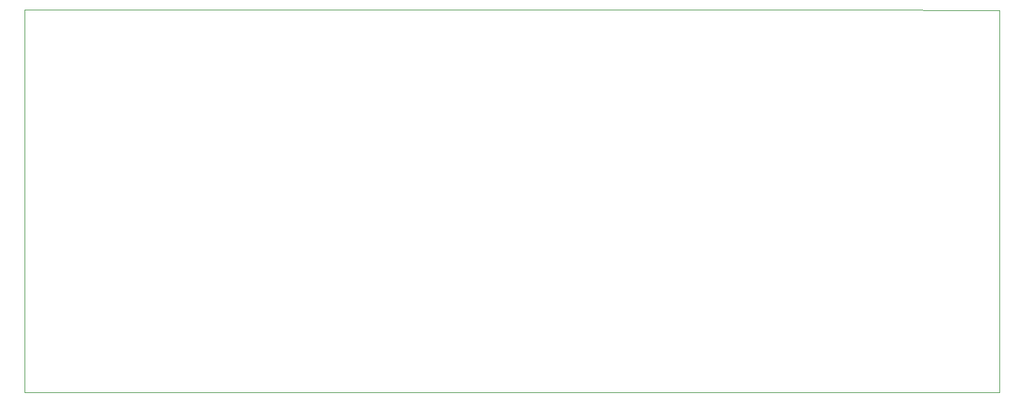
<source format=gbr>
%TF.GenerationSoftware,KiCad,Pcbnew,8.0.7*%
%TF.CreationDate,2025-01-03T10:46:18+01:00*%
%TF.ProjectId,A5256,41353235-362e-46b6-9963-61645f706362,rev?*%
%TF.SameCoordinates,Original*%
%TF.FileFunction,Profile,NP*%
%FSLAX46Y46*%
G04 Gerber Fmt 4.6, Leading zero omitted, Abs format (unit mm)*
G04 Created by KiCad (PCBNEW 8.0.7) date 2025-01-03 10:46:18*
%MOMM*%
%LPD*%
G01*
G04 APERTURE LIST*
%TA.AperFunction,Profile*%
%ADD10C,0.050000*%
%TD*%
G04 APERTURE END LIST*
D10*
X88390000Y-71700000D02*
X196150000Y-71700000D01*
X88390000Y-121900000D02*
X88390000Y-71700000D01*
X196140900Y-71699100D02*
X216099100Y-71760000D01*
X216100000Y-121900000D02*
X216100000Y-71760000D01*
X216100000Y-121900000D02*
X88390000Y-121900000D01*
M02*

</source>
